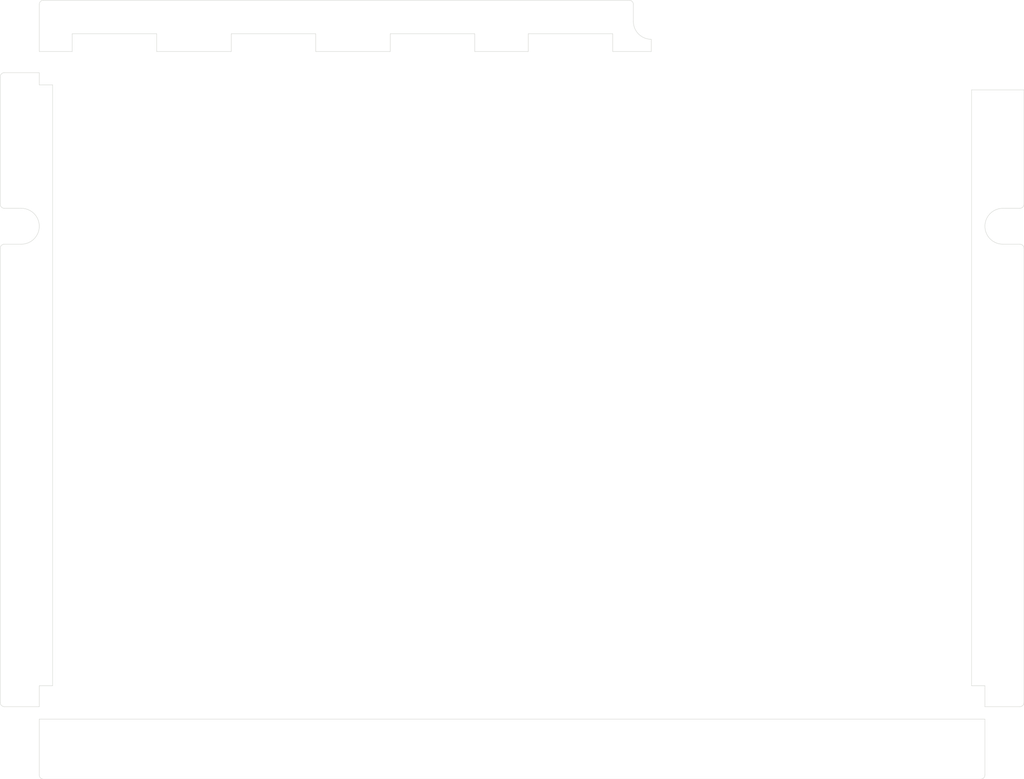
<source format=kicad_pcb>
(kicad_pcb (version 20171130) (host pcbnew "(5.1.12)-1")

  (general
    (thickness 1.6)
    (drawings 59)
    (tracks 0)
    (zones 0)
    (modules 0)
    (nets 1)
  )

  (page A4)
  (layers
    (0 F.Cu signal)
    (31 B.Cu signal)
    (32 B.Adhes user)
    (33 F.Adhes user)
    (34 B.Paste user)
    (35 F.Paste user)
    (36 B.SilkS user)
    (37 F.SilkS user)
    (38 B.Mask user)
    (39 F.Mask user)
    (40 Dwgs.User user)
    (41 Cmts.User user)
    (42 Eco1.User user)
    (43 Eco2.User user)
    (44 Edge.Cuts user)
    (45 Margin user)
    (46 B.CrtYd user)
    (47 F.CrtYd user)
    (48 B.Fab user)
    (49 F.Fab user)
  )

  (setup
    (last_trace_width 0.25)
    (user_trace_width 0.5)
    (trace_clearance 0.2)
    (zone_clearance 0.148828)
    (zone_45_only no)
    (trace_min 0.2)
    (via_size 0.8)
    (via_drill 0.4)
    (via_min_size 0.4)
    (via_min_drill 0.3)
    (uvia_size 0.3)
    (uvia_drill 0.1)
    (uvias_allowed no)
    (uvia_min_size 0.2)
    (uvia_min_drill 0.1)
    (edge_width 0.05)
    (segment_width 0.2)
    (pcb_text_width 0.3)
    (pcb_text_size 1.5 1.5)
    (mod_edge_width 0.12)
    (mod_text_size 1 1)
    (mod_text_width 0.15)
    (pad_size 1.524 1.524)
    (pad_drill 0.762)
    (pad_to_mask_clearance 0)
    (aux_axis_origin 0 0)
    (visible_elements 7FFFFFFF)
    (pcbplotparams
      (layerselection 0x010fc_ffffffff)
      (usegerberextensions false)
      (usegerberattributes false)
      (usegerberadvancedattributes false)
      (creategerberjobfile false)
      (excludeedgelayer true)
      (linewidth 0.100000)
      (plotframeref false)
      (viasonmask false)
      (mode 1)
      (useauxorigin false)
      (hpglpennumber 1)
      (hpglpenspeed 20)
      (hpglpendiameter 15.000000)
      (psnegative false)
      (psa4output false)
      (plotreference true)
      (plotvalue true)
      (plotinvisibletext false)
      (padsonsilk false)
      (subtractmaskfromsilk false)
      (outputformat 1)
      (mirror false)
      (drillshape 0)
      (scaleselection 1)
      (outputdirectory "../../Order/21_LetsSwamp_Assemble_L/"))
  )

  (net 0 "")

  (net_class Default "This is the default net class."
    (clearance 0.2)
    (trace_width 0.25)
    (via_dia 0.8)
    (via_drill 0.4)
    (uvia_dia 0.3)
    (uvia_drill 0.1)
  )

  (gr_line (start 102.65 64.55) (end 104.251328 64.55) (layer Edge.Cuts) (width 0.05) (tstamp 639FF6E7))
  (gr_line (start 104.251328 64.55) (end 104.251328 67.05866) (layer Edge.Cuts) (width 0.05) (tstamp 639FF6E6))
  (gr_line (start -8.997324 64.55) (end -7.4 64.55) (layer Edge.Cuts) (width 0.05) (tstamp 639FF6D7))
  (gr_line (start -8.997324 64.55) (end -8.997324 67.058656) (layer Edge.Cuts) (width 0.05) (tstamp 639FF6D6))
  (gr_line (start -8.997324 -7.4) (end -7.4 -7.4) (layer Edge.Cuts) (width 0.05) (tstamp 639FF6C6))
  (gr_line (start -8.997324 -8.866859) (end -8.997324 -7.4) (layer Edge.Cuts) (width 0.05))
  (gr_line (start 102.65 -6.8) (end 108.929008 -6.8) (layer Edge.Cuts) (width 0.05) (tstamp 639FF434))
  (gr_line (start 13.989848 -11.4) (end 5.060152 -11.4) (layer Edge.Cuts) (width 0.05) (tstamp 639FF3CF))
  (gr_line (start 64.293836 -11.4) (end 59.680076 -11.4) (layer Edge.Cuts) (width 0.05) (tstamp 639FF378))
  (gr_line (start 49.559772 -11.4) (end 43.160152 -11.4) (layer Edge.Cuts) (width 0.05) (tstamp 639FF376))
  (gr_line (start 33.039848 -11.4) (end 24.110152 -11.4) (layer Edge.Cuts) (width 0.05) (tstamp 639FF374))
  (gr_line (start 64.293836 -12.866859) (end 64.293836 -11.4) (layer Edge.Cuts) (width 0.05) (tstamp 639FF332))
  (gr_line (start 49.559772 -13.524992) (end 59.680076 -13.524992) (layer Edge.Cuts) (width 0.05) (tstamp 639FF30B))
  (gr_line (start 49.559772 -11.4) (end 49.559772 -13.524992) (layer Edge.Cuts) (width 0.05) (tstamp 639FF30A))
  (gr_line (start 59.680076 -13.524992) (end 59.680076 -11.4) (layer Edge.Cuts) (width 0.05) (tstamp 639FF309))
  (gr_line (start 43.160152 -13.524992) (end 43.160152 -11.4) (layer Edge.Cuts) (width 0.05) (tstamp 639FF302))
  (gr_line (start 33.039848 -11.4) (end 33.039848 -13.524992) (layer Edge.Cuts) (width 0.05) (tstamp 639FF301))
  (gr_line (start 33.039848 -13.524992) (end 43.160152 -13.524992) (layer Edge.Cuts) (width 0.05) (tstamp 639FF300))
  (gr_line (start 24.110152 -13.524992) (end 24.110152 -11.4) (layer Edge.Cuts) (width 0.05) (tstamp 639FF2F9))
  (gr_line (start 13.989848 -13.524992) (end 24.110152 -13.524992) (layer Edge.Cuts) (width 0.05) (tstamp 639FF2F8))
  (gr_line (start 13.989848 -11.4) (end 13.989848 -13.524992) (layer Edge.Cuts) (width 0.05) (tstamp 639FF2F7))
  (gr_line (start 5.060152 -13.524992) (end 5.060152 -11.4) (layer Edge.Cuts) (width 0.05))
  (gr_line (start -5.060152 -13.524992) (end 5.060152 -13.524992) (layer Edge.Cuts) (width 0.05))
  (gr_line (start -5.060152 -11.4) (end -5.060152 -13.524992) (layer Edge.Cuts) (width 0.05))
  (gr_line (start 102.65 64.55) (end 102.65 -6.8) (layer Edge.Cuts) (width 0.05))
  (gr_line (start -8.997324 68.55) (end 104.251328 68.55) (layer Edge.Cuts) (width 0.05))
  (gr_line (start -7.4 -7.4) (end -7.4 64.55) (layer Edge.Cuts) (width 0.05))
  (gr_line (start -5.060152 -11.4) (end -8.997324 -11.4) (layer Edge.Cuts) (width 0.05))
  (gr_arc (start 61.647404 -17.044543) (end 62.147404 -17.044543) (angle -90) (layer Edge.Cuts) (width 0.05) (tstamp 638A717E))
  (gr_arc (start 108.429008 6.878578) (end 108.429008 7.378578) (angle -90) (layer Edge.Cuts) (width 0.05) (tstamp 638A716D))
  (gr_arc (start 108.429008 12.171442) (end 108.929008 12.171442) (angle -90) (layer Edge.Cuts) (width 0.05) (tstamp 638A716A))
  (gr_arc (start 108.429008 66.55866) (end 108.429008 67.05866) (angle -90) (layer Edge.Cuts) (width 0.05) (tstamp 638A7168))
  (gr_arc (start 103.751328 75.23634) (end 103.751328 75.73634) (angle -90) (layer Edge.Cuts) (width 0.05) (tstamp 638A7165))
  (gr_arc (start -8.497324 75.23634) (end -8.997324 75.23634) (angle -90) (layer Edge.Cuts) (width 0.05) (tstamp 638A715A))
  (gr_arc (start -13.175008 66.558656) (end -13.675008 66.558656) (angle -90) (layer Edge.Cuts) (width 0.05) (tstamp 638A7157))
  (gr_arc (start -13.175008 12.17144) (end -13.175008 11.67144) (angle -90) (layer Edge.Cuts) (width 0.05) (tstamp 638A7152))
  (gr_arc (start -13.175008 6.878576) (end -13.675008 6.878576) (angle -90) (layer Edge.Cuts) (width 0.05) (tstamp 638A714F))
  (gr_arc (start -13.175008 -8.366859) (end -13.175008 -8.866859) (angle -90) (layer Edge.Cuts) (width 0.05) (tstamp 638A714D))
  (gr_arc (start -8.497324 -17.044543) (end -8.497324 -17.544543) (angle -90) (layer Edge.Cuts) (width 0.05))
  (gr_line (start -13.675008 6.878576) (end -13.675008 -8.366859) (layer Edge.Cuts) (width 0.05) (tstamp 638A6F7D))
  (gr_line (start 108.929008 12.171442) (end 108.929008 66.55866) (layer Edge.Cuts) (width 0.05) (tstamp 638A6F73))
  (gr_line (start -8.497324 -17.544543) (end 61.647404 -17.544543) (layer Edge.Cuts) (width 0.05) (tstamp 638A6F6E))
  (gr_line (start 106.397756 7.378578) (end 108.429008 7.378578) (layer Edge.Cuts) (width 0.05))
  (gr_line (start 106.397756 11.671442) (end 108.429008 11.671442) (layer Edge.Cuts) (width 0.05))
  (gr_line (start 104.251328 67.05866) (end 108.429008 67.05866) (layer Edge.Cuts) (width 0.05))
  (gr_line (start 104.251328 68.55) (end 104.251328 75.23634) (layer Edge.Cuts) (width 0.05))
  (gr_line (start -8.997324 68.55) (end -8.997324 75.23634) (layer Edge.Cuts) (width 0.05))
  (gr_line (start -8.997324 67.058656) (end -13.175008 67.058656) (layer Edge.Cuts) (width 0.05))
  (gr_line (start -11.143756 11.67144) (end -13.175008 11.67144) (layer Edge.Cuts) (width 0.05))
  (gr_line (start -11.143756 7.378576) (end -13.175008 7.378576) (layer Edge.Cuts) (width 0.05))
  (gr_line (start -8.997324 -8.866859) (end -13.175008 -8.866859) (layer Edge.Cuts) (width 0.05))
  (gr_line (start -8.997324 -11.4) (end -8.997324 -17.044543) (layer Edge.Cuts) (width 0.05))
  (gr_line (start 62.147404 -15.013291) (end 62.147404 -17.044543) (layer Edge.Cuts) (width 0.05))
  (gr_arc (start -11.143756 9.525008) (end -11.143756 11.67144) (angle -180) (layer Edge.Cuts) (width 0.05))
  (gr_arc (start 106.397756 9.52501) (end 106.397756 7.378578) (angle -180) (layer Edge.Cuts) (width 0.05))
  (gr_arc (start 64.293836 -15.013291) (end 62.147404 -15.013291) (angle -90) (layer Edge.Cuts) (width 0.05))
  (gr_line (start -13.675008 12.17144) (end -13.675008 66.558656) (layer Edge.Cuts) (width 0.05) (tstamp 6389C39F))
  (gr_line (start 108.929008 6.878578) (end 108.929008 -6.8) (layer Edge.Cuts) (width 0.05) (tstamp 6389C39D))
  (gr_line (start -8.497324 75.73634) (end 103.751328 75.73634) (layer Edge.Cuts) (width 0.05) (tstamp 6389C39C))

)

</source>
